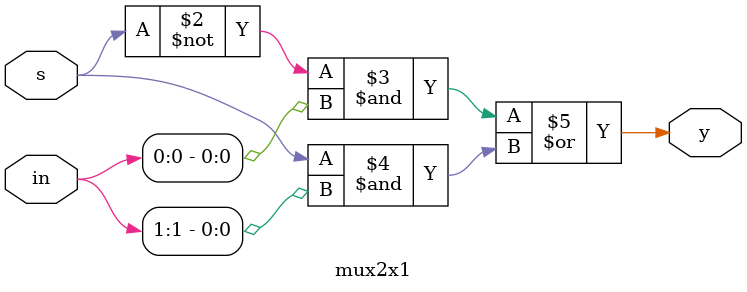
<source format=v>

`timescale 1ns/1ps;
module mux2x1(y,in,s);
  input [1:0]in;
  input s;
  output reg y;
  always@(*)
    y=(~s)&in[0] | (s)&in[1];
endmodule

</source>
